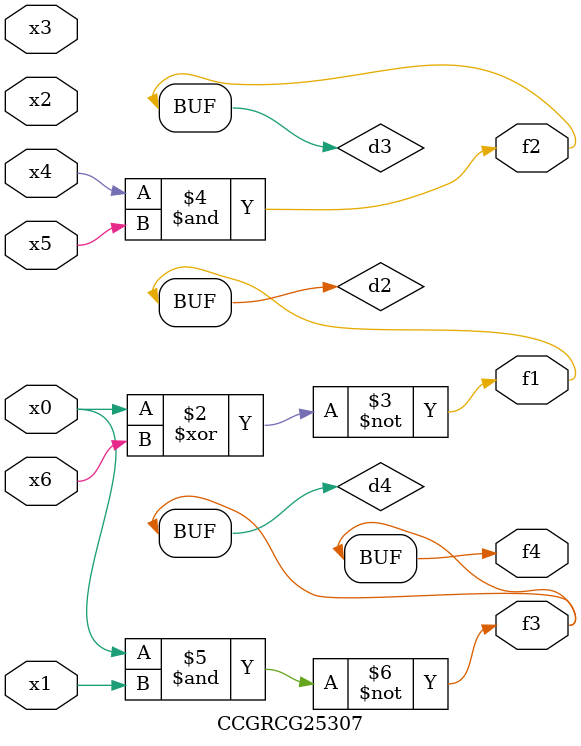
<source format=v>
module CCGRCG25307(
	input x0, x1, x2, x3, x4, x5, x6,
	output f1, f2, f3, f4
);

	wire d1, d2, d3, d4;

	nor (d1, x0);
	xnor (d2, x0, x6);
	and (d3, x4, x5);
	nand (d4, x0, x1);
	assign f1 = d2;
	assign f2 = d3;
	assign f3 = d4;
	assign f4 = d4;
endmodule

</source>
